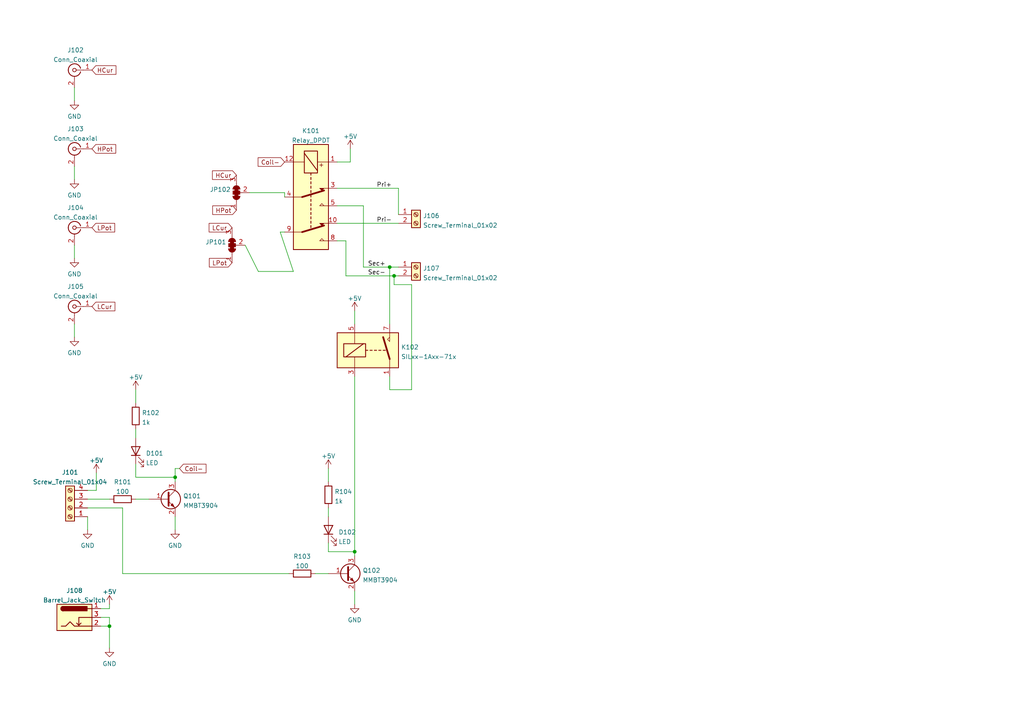
<source format=kicad_sch>
(kicad_sch (version 20211123) (generator eeschema)
  (paper "A4")
  (lib_symbols
    (symbol "Connector:Barrel_Jack_Switch" (pin_names hide)
      (property "Reference" "J" (at 0 5.334 0))
      (property "Value" "Barrel_Jack_Switch" (at 0 -5.08 0))
      (symbol "Barrel_Jack_Switch_0_1"
        (rectangle (start -5.08 3.81) (end 5.08 -3.81) (stroke (width 0.254)) (fill (type background)))
        (arc (start -3.302 3.175) (mid -3.937 2.54) (end -3.302 1.905) (stroke (width 0.254)))
        (arc (start -3.302 3.175) (mid -3.937 2.54) (end -3.302 1.905) (stroke (width 0.254)) (fill (type outline)))
        (polyline (pts (xy 1.27 -2.286) (xy 1.905 -1.651)) (stroke (width 0.254)))
        (polyline (pts (xy 5.08 2.54) (xy 3.81 2.54)) (stroke (width 0.254)))
        (polyline (pts (xy 5.08 0) (xy 1.27 0) (xy 1.27 -2.286) (xy 0.635 -1.651)) (stroke (width 0.254)))
        (polyline (pts (xy -3.81 -2.54) (xy -2.54 -2.54) (xy -1.27 -1.27) (xy 0 -2.54) (xy 2.54 -2.54) (xy 5.08 -2.54)) (stroke (width 0.254)))
        (rectangle (start 3.683 3.175) (end -3.302 1.905) (stroke (width 0.254)) (fill (type outline)))
      )
      (symbol "Barrel_Jack_Switch_1_1"
        (pin passive line (at 7.62 2.54 180) (length 2.54) (name "~") (number "1"))
        (pin passive line (at 7.62 -2.54 180) (length 2.54) (name "~") (number "2"))
        (pin passive line (at 7.62 0 180) (length 2.54) (name "~") (number "3"))
      )
    )
    (symbol "Connector:Conn_Coaxial" (pin_names (offset 1.016) hide)
      (property "Reference" "J" (at 0.254 3.048 0))
      (property "Value" "Conn_Coaxial" (at 2.921 0 90))
      (symbol "Conn_Coaxial_0_1"
        (arc (start -1.778 -0.508) (mid 0.222 -1.808) (end 1.778 0) (stroke (width 0.254)))
        (polyline (pts (xy -2.54 0) (xy -0.508 0)))
        (polyline (pts (xy 0 -2.54) (xy 0 -1.778)))
        (circle (center 0 0) (radius 0.508) (stroke (width 0.2032)))
        (arc (start 1.778 0) (mid 0.2221 1.8083) (end -1.778 0.508) (stroke (width 0.254)))
      )
      (symbol "Conn_Coaxial_1_1"
        (pin passive line (at -5.08 0 0) (length 2.54) (name "In") (number "1"))
        (pin passive line (at 0 -5.08 90) (length 2.54) (name "Ext") (number "2"))
      )
    )
    (symbol "Connector:Screw_Terminal_01x02" (pin_names (offset 1.016) hide)
      (property "Reference" "J" (at 0 2.54 0))
      (property "Value" "Screw_Terminal_01x02" (at 0 -5.08 0))
      (symbol "Screw_Terminal_01x02_1_1"
        (rectangle (start -1.27 1.27) (end 1.27 -3.81) (stroke (width 0.254)) (fill (type background)))
        (circle (center 0 -2.54) (radius 0.635) (stroke (width 0.1524)))
        (polyline (pts (xy -0.5334 -2.2098) (xy 0.3302 -3.048)) (stroke (width 0.1524)))
        (polyline (pts (xy -0.5334 0.3302) (xy 0.3302 -0.508)) (stroke (width 0.1524)))
        (polyline (pts (xy -0.3556 -2.032) (xy 0.508 -2.8702)) (stroke (width 0.1524)))
        (polyline (pts (xy -0.3556 0.508) (xy 0.508 -0.3302)) (stroke (width 0.1524)))
        (circle (center 0 0) (radius 0.635) (stroke (width 0.1524)))
        (pin passive line (at -5.08 0 0) (length 3.81) (name "Pin_1") (number "1"))
        (pin passive line (at -5.08 -2.54 0) (length 3.81) (name "Pin_2") (number "2"))
      )
    )
    (symbol "Connector:Screw_Terminal_01x04" (pin_names (offset 1.016) hide)
      (property "Reference" "J" (at 0 5.08 0))
      (property "Value" "Screw_Terminal_01x04" (at 0 -7.62 0))
      (symbol "Screw_Terminal_01x04_1_1"
        (rectangle (start -1.27 3.81) (end 1.27 -6.35) (stroke (width 0.254)) (fill (type background)))
        (circle (center 0 -5.08) (radius 0.635) (stroke (width 0.1524)))
        (circle (center 0 -2.54) (radius 0.635) (stroke (width 0.1524)))
        (polyline (pts (xy -0.5334 -4.7498) (xy 0.3302 -5.588)) (stroke (width 0.1524)))
        (polyline (pts (xy -0.5334 -2.2098) (xy 0.3302 -3.048)) (stroke (width 0.1524)))
        (polyline (pts (xy -0.5334 0.3302) (xy 0.3302 -0.508)) (stroke (width 0.1524)))
        (polyline (pts (xy -0.5334 2.8702) (xy 0.3302 2.032)) (stroke (width 0.1524)))
        (polyline (pts (xy -0.3556 -4.572) (xy 0.508 -5.4102)) (stroke (width 0.1524)))
        (polyline (pts (xy -0.3556 -2.032) (xy 0.508 -2.8702)) (stroke (width 0.1524)))
        (polyline (pts (xy -0.3556 0.508) (xy 0.508 -0.3302)) (stroke (width 0.1524)))
        (polyline (pts (xy -0.3556 3.048) (xy 0.508 2.2098)) (stroke (width 0.1524)))
        (circle (center 0 0) (radius 0.635) (stroke (width 0.1524)))
        (circle (center 0 2.54) (radius 0.635) (stroke (width 0.1524)))
        (pin passive line (at -5.08 2.54 0) (length 3.81) (name "Pin_1") (number "1"))
        (pin passive line (at -5.08 0 0) (length 3.81) (name "Pin_2") (number "2"))
        (pin passive line (at -5.08 -2.54 0) (length 3.81) (name "Pin_3") (number "3"))
        (pin passive line (at -5.08 -5.08 0) (length 3.81) (name "Pin_4") (number "4"))
      )
    )
    (symbol "Device:LED" (pin_numbers hide) (pin_names (offset 1.016) hide)
      (property "Reference" "D" (at 0 2.54 0))
      (property "Value" "LED" (at 0 -2.54 0))
      (symbol "LED_0_1"
        (polyline (pts (xy -1.27 -1.27) (xy -1.27 1.27)) (stroke (width 0.254)))
        (polyline (pts (xy -1.27 0) (xy 1.27 0)))
        (polyline (pts (xy 1.27 -1.27) (xy 1.27 1.27) (xy -1.27 0) (xy 1.27 -1.27)) (stroke (width 0.254)))
        (polyline (pts (xy -3.048 -0.762) (xy -4.572 -2.286) (xy -3.81 -2.286) (xy -4.572 -2.286) (xy -4.572 -1.524)))
        (polyline (pts (xy -1.778 -0.762) (xy -3.302 -2.286) (xy -2.54 -2.286) (xy -3.302 -2.286) (xy -3.302 -1.524)))
      )
      (symbol "LED_1_1"
        (pin passive line (at -3.81 0 0) (length 2.54) (name "K") (number "1"))
        (pin passive line (at 3.81 0 180) (length 2.54) (name "A") (number "2"))
      )
    )
    (symbol "Device:R" (pin_numbers hide) (pin_names (offset 0))
      (property "Reference" "R" (at 2.032 0 90))
      (property "Value" "R" (at 0 0 90))
      (symbol "R_0_1"
        (rectangle (start -1.016 -2.54) (end 1.016 2.54) (stroke (width 0.254)))
      )
      (symbol "R_1_1"
        (pin passive line (at 0 3.81 270) (length 1.27) (name "~") (number "1"))
        (pin passive line (at 0 -3.81 90) (length 1.27) (name "~") (number "2"))
      )
    )
    (symbol "Jumper:SolderJumper_3_Bridged123" (pin_names (offset 0) hide)
      (property "Reference" "JP" (at -2.54 -2.54 0))
      (property "Value" "SolderJumper_3_Bridged123" (at 0 2.794 0))
      (symbol "SolderJumper_3_Bridged123_0_1"
        (rectangle (start -1.016 0.508) (end -0.508 -0.508) (fill (type outline)))
        (arc (start -1.016 1.016) (mid -2.032 0) (end -1.016 -1.016))
        (arc (start -1.016 1.016) (mid -2.032 0) (end -1.016 -1.016) (fill (type outline)))
        (rectangle (start -0.508 1.016) (end 0.508 -1.016) (fill (type outline)))
        (polyline (pts (xy -2.54 0) (xy -2.032 0)))
        (polyline (pts (xy -1.016 1.016) (xy -1.016 -1.016)))
        (polyline (pts (xy 0 -1.27) (xy 0 -1.016)))
        (polyline (pts (xy 1.016 1.016) (xy 1.016 -1.016)))
        (polyline (pts (xy 2.54 0) (xy 2.032 0)))
        (rectangle (start 0.508 0.508) (end 1.016 -0.508) (fill (type outline)))
        (arc (start 1.016 -1.016) (mid 2.032 0) (end 1.016 1.016))
        (arc (start 1.016 -1.016) (mid 2.032 0) (end 1.016 1.016) (fill (type outline)))
      )
      (symbol "SolderJumper_3_Bridged123_1_1"
        (pin passive line (at -5.08 0 0) (length 2.54) (name "A") (number "1"))
        (pin input line (at 0 -3.81 90) (length 2.54) (name "C") (number "2"))
        (pin passive line (at 5.08 0 180) (length 2.54) (name "B") (number "3"))
      )
    )
    (symbol "Martinos:Relay_DPDT"
      (property "Reference" "K" (at 16.51 2.54 0))
      (property "Value" "Relay_DPDT" (at 16.51 0 0))
      (symbol "Relay_DPDT_1_1"
        (rectangle (start -15.24 5.08) (end 15.24 -5.08) (stroke (width 0.254)) (fill (type background)))
        (rectangle (start -13.335 1.905) (end -6.985 -1.905) (stroke (width 0.254)))
        (polyline (pts (xy -12.7 -1.905) (xy -7.62 1.905)) (stroke (width 0.254)))
        (polyline (pts (xy -10.16 -5.08) (xy -10.16 -1.905)))
        (polyline (pts (xy -10.16 5.08) (xy -10.16 1.905)))
        (polyline (pts (xy -6.985 0) (xy -6.35 0)) (stroke (width 0.254)))
        (polyline (pts (xy -5.715 0) (xy -5.08 0)) (stroke (width 0.254)))
        (polyline (pts (xy -4.445 0) (xy -3.81 0)) (stroke (width 0.254)))
        (polyline (pts (xy -3.175 0) (xy -2.54 0)) (stroke (width 0.254)))
        (polyline (pts (xy -1.905 0) (xy -1.27 0)) (stroke (width 0.254)))
        (polyline (pts (xy -0.635 0) (xy 0 0)) (stroke (width 0.254)))
        (polyline (pts (xy 0 -2.54) (xy -1.905 3.81)) (stroke (width 0.508)))
        (polyline (pts (xy 0 -2.54) (xy 0 -5.08)))
        (polyline (pts (xy 0.635 0) (xy 1.27 0)) (stroke (width 0.254)))
        (polyline (pts (xy 1.905 0) (xy 2.54 0)) (stroke (width 0.254)))
        (polyline (pts (xy 3.175 0) (xy 3.81 0)) (stroke (width 0.254)))
        (polyline (pts (xy 4.445 0) (xy 5.08 0)) (stroke (width 0.254)))
        (polyline (pts (xy 5.715 0) (xy 6.35 0)) (stroke (width 0.254)))
        (polyline (pts (xy 6.985 0) (xy 7.62 0)) (stroke (width 0.254)))
        (polyline (pts (xy 8.255 0) (xy 8.89 0)) (stroke (width 0.254)))
        (polyline (pts (xy 10.16 -2.54) (xy 8.255 3.81)) (stroke (width 0.508)))
        (polyline (pts (xy 10.16 -2.54) (xy 10.16 -5.08)))
        (polyline (pts (xy -2.54 5.08) (xy -2.54 2.54) (xy -1.905 3.175) (xy -2.54 3.81)) (fill (type outline)))
        (polyline (pts (xy 2.54 5.08) (xy 2.54 2.54) (xy 1.905 3.175) (xy 2.54 3.81)))
        (polyline (pts (xy 7.62 5.08) (xy 7.62 2.54) (xy 8.255 3.175) (xy 7.62 3.81)) (fill (type outline)))
        (polyline (pts (xy 12.7 5.08) (xy 12.7 2.54) (xy 12.065 3.175) (xy 12.7 3.81)))
        (text "+" (at -9.271 2.921 0) (effects (font (size 1.27 1.27))))
        (pin passive line (at -10.16 7.62 270) (length 2.54) (name "~") (number "1"))
        (pin passive line (at 7.62 7.62 270) (length 2.54) (name "~") (number "10"))
        (pin passive line (at -10.16 -7.62 90) (length 2.54) (name "~") (number "12"))
        (pin passive line (at -2.54 7.62 270) (length 2.54) (name "~") (number "3"))
        (pin passive line (at 0 -7.62 90) (length 2.54) (name "~") (number "4"))
        (pin passive line (at 2.54 7.62 270) (length 2.54) (name "~") (number "5"))
        (pin passive line (at 12.7 7.62 270) (length 2.54) (name "~") (number "8"))
        (pin passive line (at 10.16 -7.62 90) (length 2.54) (name "~") (number "9"))
      )
    )
    (symbol "Relay:SILxx-1Axx-71x"
      (property "Reference" "K" (at 8.89 3.81 0))
      (property "Value" "SILxx-1Axx-71x" (at 8.89 1.27 0))
      (symbol "SILxx-1Axx-71x_0_0"
        (polyline (pts (xy 5.08 5.08) (xy 5.08 2.54) (xy 4.445 3.175) (xy 5.08 3.81)))
      )
      (symbol "SILxx-1Axx-71x_0_1"
        (rectangle (start -10.16 5.08) (end 7.62 -5.08) (stroke (width 0.254)) (fill (type background)))
        (rectangle (start -8.255 1.905) (end -1.905 -1.905) (stroke (width 0.254)))
        (polyline (pts (xy -7.62 -1.905) (xy -2.54 1.905)) (stroke (width 0.254)))
        (polyline (pts (xy -5.08 -5.08) (xy -5.08 -1.905)))
        (polyline (pts (xy -5.08 5.08) (xy -5.08 1.905)))
        (polyline (pts (xy -1.905 0) (xy -1.27 0)) (stroke (width 0.254)))
        (polyline (pts (xy -0.635 0) (xy 0 0)) (stroke (width 0.254)))
        (polyline (pts (xy 0.635 0) (xy 1.27 0)) (stroke (width 0.254)))
        (polyline (pts (xy 1.905 0) (xy 2.54 0)) (stroke (width 0.254)))
        (polyline (pts (xy 3.175 0) (xy 3.81 0)) (stroke (width 0.254)))
        (polyline (pts (xy 5.08 -2.54) (xy 3.175 3.81)) (stroke (width 0.508)))
        (polyline (pts (xy 5.08 -2.54) (xy 5.08 -5.08)))
      )
      (symbol "SILxx-1Axx-71x_1_1"
        (pin passive line (at 5.08 -7.62 90) (length 2.54) (name "~") (number "1"))
        (pin passive line (at -5.08 -7.62 90) (length 2.54) (name "~") (number "3"))
        (pin passive line (at -5.08 7.62 270) (length 2.54) (name "~") (number "5"))
        (pin passive line (at 5.08 7.62 270) (length 2.54) (name "~") (number "7"))
      )
    )
    (symbol "Transistor_BJT:MMBT3904" (pin_names (offset 0) hide)
      (property "Reference" "Q" (at 5.08 1.905 0))
      (property "Value" "MMBT3904" (at 5.08 0 0))
      (symbol "MMBT3904_0_1"
        (polyline (pts (xy 0.635 0.635) (xy 2.54 2.54)))
        (polyline (pts (xy 0.635 -0.635) (xy 2.54 -2.54) (xy 2.54 -2.54)))
        (polyline (pts (xy 0.635 1.905) (xy 0.635 -1.905) (xy 0.635 -1.905)) (stroke (width 0.508)))
        (polyline (pts (xy 1.27 -1.778) (xy 1.778 -1.27) (xy 2.286 -2.286) (xy 1.27 -1.778) (xy 1.27 -1.778)) (fill (type outline)))
        (circle (center 1.27 0) (radius 2.8194) (stroke (width 0.254)))
      )
      (symbol "MMBT3904_1_1"
        (pin input line (at -5.08 0 0) (length 5.715) (name "B") (number "1"))
        (pin passive line (at 2.54 -5.08 90) (length 2.54) (name "E") (number "2"))
        (pin passive line (at 2.54 5.08 270) (length 2.54) (name "C") (number "3"))
      )
    )
    (symbol "power:+5V" (power) (pin_names (offset 0))
      (property "Value" "+5V" (at 0 3.556 0))
      (symbol "+5V_0_1"
        (polyline (pts (xy -0.762 1.27) (xy 0 2.54)))
        (polyline (pts (xy 0 0) (xy 0 2.54)))
        (polyline (pts (xy 0 2.54) (xy 0.762 1.27)))
      )
      (symbol "+5V_1_1"
        (pin power_in line (at 0 0 90) (length 0) hide (name "+5V") (number "1"))
      )
    )
    (symbol "power:GND" (power) (pin_names (offset 0))
      (property "Value" "GND" (at 0 -3.81 0))
      (symbol "GND_0_1"
        (polyline (pts (xy 0 0) (xy 0 -1.27) (xy 1.27 -1.27) (xy 0 -2.54) (xy -1.27 -1.27) (xy 0 -1.27)))
      )
      (symbol "GND_1_1"
        (pin power_in line (at 0 0 270) (length 0) hide (name "GND") (number "1"))
      )
    )
  )
  (junction (at 113.03 77.47))
  (junction (at 114.3 80.01))
  (junction (at 102.87 160.02))
  (junction (at 31.75 181.61))
  (junction (at 50.8 138.43))
  (wire (pts (xy 74.93 78.74) (xy 85.09 78.74)))
  (wire (pts (xy 39.37 144.78) (xy 43.18 144.78)))
  (wire (pts (xy 95.25 157.48) (xy 95.25 160.02)))
  (wire (pts (xy 29.21 179.07) (xy 31.75 179.07)))
  (wire (pts (xy 39.37 134.62) (xy 39.37 138.43)))
  (wire (pts (xy 105.41 77.47) (xy 105.41 59.69)))
  (wire (pts (xy 21.59 71.12) (xy 21.59 74.93)))
  (wire (pts (xy 101.6 46.99) (xy 101.6 43.18)))
  (wire (pts (xy 25.4 142.24) (xy 27.94 142.24)))
  (wire (pts (xy 82.55 55.88) (xy 82.55 57.15)))
  (wire (pts (xy 102.87 93.98) (xy 102.87 90.17)))
  (wire (pts (xy 25.4 149.86) (xy 25.4 153.67)))
  (wire (pts (xy 100.33 80.01) (xy 100.33 69.85)))
  (wire (pts (xy 21.59 25.4) (xy 21.59 29.21)))
  (wire (pts (xy 102.87 171.45) (xy 102.87 175.26)))
  (wire (pts (xy 105.41 59.69) (xy 97.79 59.69)))
  (wire (pts (xy 74.93 78.74) (xy 71.12 71.12)))
  (wire (pts (xy 83.82 166.37) (xy 35.56 166.37)))
  (wire (pts (xy 50.8 138.43) (xy 50.8 139.7)))
  (wire (pts (xy 21.59 48.26) (xy 21.59 52.07)))
  (wire (pts (xy 91.44 166.37) (xy 95.25 166.37)))
  (wire (pts (xy 119.38 113.03) (xy 119.38 82.55)))
  (wire (pts (xy 29.21 176.53) (xy 31.75 176.53)))
  (wire (pts (xy 102.87 160.02) (xy 102.87 161.29)))
  (wire (pts (xy 119.38 82.55) (xy 114.3 82.55)))
  (wire (pts (xy 115.57 80.01) (xy 114.3 80.01)))
  (wire (pts (xy 39.37 138.43) (xy 50.8 138.43)))
  (wire (pts (xy 97.79 64.77) (xy 115.57 64.77)))
  (wire (pts (xy 114.3 80.01) (xy 114.3 82.55)))
  (wire (pts (xy 97.79 46.99) (xy 101.6 46.99)))
  (wire (pts (xy 97.79 54.61) (xy 115.57 54.61)))
  (wire (pts (xy 113.03 77.47) (xy 105.41 77.47)))
  (wire (pts (xy 52.07 135.89) (xy 50.8 135.89)))
  (wire (pts (xy 113.03 113.03) (xy 119.38 113.03)))
  (wire (pts (xy 102.87 109.22) (xy 102.87 160.02)))
  (wire (pts (xy 82.55 67.31) (xy 81.28 67.31)))
  (wire (pts (xy 31.75 181.61) (xy 31.75 187.96)))
  (wire (pts (xy 95.25 135.89) (xy 95.25 139.7)))
  (wire (pts (xy 50.8 135.89) (xy 50.8 138.43)))
  (wire (pts (xy 27.94 142.24) (xy 27.94 137.16)))
  (wire (pts (xy 31.75 179.07) (xy 31.75 181.61)))
  (wire (pts (xy 100.33 69.85) (xy 97.79 69.85)))
  (wire (pts (xy 95.25 160.02) (xy 102.87 160.02)))
  (wire (pts (xy 29.21 181.61) (xy 31.75 181.61)))
  (wire (pts (xy 72.39 55.88) (xy 82.55 55.88)))
  (wire (pts (xy 113.03 109.22) (xy 113.03 113.03)))
  (wire (pts (xy 39.37 124.46) (xy 39.37 127)))
  (wire (pts (xy 39.37 113.03) (xy 39.37 116.84)))
  (wire (pts (xy 31.75 175.26) (xy 31.75 176.53)))
  (wire (pts (xy 115.57 77.47) (xy 113.03 77.47)))
  (wire (pts (xy 21.59 93.98) (xy 21.59 97.79)))
  (wire (pts (xy 35.56 166.37) (xy 35.56 147.32)))
  (wire (pts (xy 115.57 54.61) (xy 115.57 62.23)))
  (wire (pts (xy 35.56 147.32) (xy 25.4 147.32)))
  (wire (pts (xy 95.25 147.32) (xy 95.25 149.86)))
  (wire (pts (xy 113.03 77.47) (xy 113.03 93.98)))
  (wire (pts (xy 81.28 67.31) (xy 85.09 78.74)))
  (wire (pts (xy 50.8 149.86) (xy 50.8 153.67)))
  (wire (pts (xy 114.3 80.01) (xy 100.33 80.01)))
  (wire (pts (xy 25.4 144.78) (xy 31.75 144.78)))
  (label "Pri+" (at 109.22 54.61 0))
  (label "Pri-" (at 109.22 64.77 0))
  (label "Sec+" (at 106.68 77.47 0))
  (label "Sec-" (at 106.68 80.01 0))
  (global_label "LPot" (shape input) (at 67.31 76.2 180) (property "Intersheet References" "${INTERSHEET_REFS}" (effects hide)))
  (global_label "LCur" (shape input) (at 26.67 88.9 0) (property "Intersheet References" "${INTERSHEET_REFS}" (effects hide)))
  (global_label "Coil-" (shape input) (at 82.55 46.99 180) (property "Intersheet References" "${INTERSHEET_REFS}" (effects hide)))
  (global_label "LPot" (shape input) (at 26.67 66.04 0) (property "Intersheet References" "${INTERSHEET_REFS}" (effects hide)))
  (global_label "Coil-" (shape input) (at 52.07 135.89 0) (property "Intersheet References" "${INTERSHEET_REFS}" (effects hide)))
  (global_label "HCur" (shape input) (at 26.67 20.32 0) (property "Intersheet References" "${INTERSHEET_REFS}" (effects hide)))
  (global_label "HPot" (shape input) (at 26.67 43.18 0) (property "Intersheet References" "${INTERSHEET_REFS}" (effects hide)))
  (global_label "HPot" (shape input) (at 68.58 60.96 180) (property "Intersheet References" "${INTERSHEET_REFS}" (effects hide)))
  (global_label "LCur" (shape input) (at 67.31 66.04 180) (property "Intersheet References" "${INTERSHEET_REFS}" (effects hide)))
  (global_label "HCur" (shape input) (at 68.58 50.8 180) (property "Intersheet References" "${INTERSHEET_REFS}" (effects hide)))
  (symbol (lib_id "power:GND") (at 21.59 29.21 0) (unit 1)
    (property "Reference" "#PWR0102" (effects hide))
    (property "Value" "GND" (at 21.59 33.7725 0))
  )
  (symbol (lib_id "Connector:Barrel_Jack_Switch") (at 21.59 179.07 0) (unit 1)
    (property "Reference" "J108" (at 21.59 171.2935 0))
    (property "Value" "Barrel_Jack_Switch" (at 21.59 174.0686 0))
    (property "Footprint" "Connector_BarrelJack:BarrelJack_GCT_DCJ200-10-A_Horizontal" (effects hide))
  )
  (symbol (lib_id "Connector:Screw_Terminal_01x02") (at 120.65 77.47 0) (unit 1)
    (property "Reference" "J107" (at 122.682 77.8315 0) (effects (justify left)))
    (property "Value" "Screw_Terminal_01x02" (at 122.682 80.6066 0) (effects (justify left)))
    (property "Footprint" "TerminalBlock:TerminalBlock_bornier-2_P5.08mm" (effects hide))
  )
  (symbol (lib_id "power:+5V") (at 101.6 43.18 0) (unit 1)
    (property "Reference" "#PWR0110" (effects hide))
    (property "Value" "+5V" (at 101.6 39.5755 0))
  )
  (symbol (lib_id "Jumper:SolderJumper_3_Bridged123") (at 67.31 71.12 90) (unit 1)
    (property "Reference" "JP101" (at 65.659 70.2115 90) (effects (justify left)))
    (property "Value" "SolderJumper_3_Bridged123" (effects hide))
    (property "Footprint" "Eli_Lib:SolderJumper-3_P1.3mm_Bridged12_RoundedPad1.0x1.5mm" (effects hide))
  )
  (symbol (lib_id "Connector:Conn_Coaxial") (at 21.59 88.9 0) (mirror y) (unit 1)
    (property "Reference" "J105" (at 21.9074 83.1069 0))
    (property "Value" "Conn_Coaxial" (at 21.9074 85.882 0))
    (property "Footprint" "Connector_Coaxial:BNC_Amphenol_B6252HB-NPP3G-50_Horizontal" (effects hide))
    (property "Datasheet" " ~" (effects hide))
  )
  (symbol (lib_id "power:GND") (at 21.59 74.93 0) (unit 1)
    (property "Reference" "#PWR0103" (effects hide))
    (property "Value" "GND" (at 21.59 79.4925 0))
  )
  (symbol (lib_id "power:GND") (at 50.8 153.67 0) (unit 1)
    (property "Reference" "#PWR0106" (effects hide))
    (property "Value" "GND" (at 50.8 158.2325 0))
  )
  (symbol (lib_id "Connector:Screw_Terminal_01x04") (at 20.32 147.32 180) (unit 1)
    (property "Reference" "J101" (at 20.32 137.0035 0))
    (property "Value" "Screw_Terminal_01x04" (at 20.32 139.7786 0))
    (property "Footprint" "TerminalBlock:TerminalBlock_bornier-4_P5.08mm" (effects hide))
  )
  (symbol (lib_id "Device:R") (at 39.37 120.65 180) (unit 1)
    (property "Reference" "R102" (at 41.148 119.7415 0) (effects (justify right)))
    (property "Value" "1k" (at 41.148 122.5166 0) (effects (justify right)))
    (property "Footprint" "Resistor_SMD:R_0805_2012Metric" (effects hide))
  )
  (symbol (lib_id "power:+5V") (at 27.94 137.16 0) (unit 1)
    (property "Reference" "#PWR0114" (effects hide))
    (property "Value" "+5V" (at 27.94 133.5555 0))
  )
  (symbol (lib_id "power:+5V") (at 31.75 175.26 0) (unit 1)
    (property "Reference" "#PWR0113" (effects hide))
    (property "Value" "+5V" (at 31.75 171.6555 0))
  )
  (symbol (lib_id "power:+5V") (at 95.25 135.89 0) (unit 1)
    (property "Reference" "#PWR0109" (effects hide))
    (property "Value" "+5V" (at 95.25 132.2855 0))
  )
  (symbol (lib_id "Connector:Conn_Coaxial") (at 21.59 43.18 0) (mirror y) (unit 1)
    (property "Reference" "J103" (at 21.9074 37.3869 0))
    (property "Value" "Conn_Coaxial" (at 21.9074 40.162 0))
    (property "Footprint" "Connector_Coaxial:BNC_Amphenol_B6252HB-NPP3G-50_Horizontal" (effects hide))
    (property "Datasheet" " ~" (effects hide))
  )
  (symbol (lib_id "Device:R") (at 95.25 143.51 180) (unit 1)
    (property "Reference" "R104" (at 97.028 142.6015 0) (effects (justify right)))
    (property "Value" "1k" (at 97.028 145.3766 0) (effects (justify right)))
    (property "Footprint" "Resistor_SMD:R_0805_2012Metric" (effects hide))
  )
  (symbol (lib_id "Connector:Screw_Terminal_01x02") (at 120.65 62.23 0) (unit 1)
    (property "Reference" "J106" (at 122.682 62.5915 0) (effects (justify left)))
    (property "Value" "Screw_Terminal_01x02" (at 122.682 65.3666 0) (effects (justify left)))
    (property "Footprint" "TerminalBlock:TerminalBlock_bornier-2_P5.08mm" (effects hide))
  )
  (symbol (lib_id "Device:R") (at 35.56 144.78 90) (unit 1)
    (property "Reference" "R101" (at 35.56 139.7975 90))
    (property "Value" "100" (at 35.56 142.5726 90))
    (property "Footprint" "Resistor_SMD:R_0805_2012Metric" (effects hide))
  )
  (symbol (lib_id "power:GND") (at 25.4 153.67 0) (unit 1)
    (property "Reference" "#PWR0107" (effects hide))
    (property "Value" "GND" (at 25.4 158.2325 0))
  )
  (symbol (lib_id "power:GND") (at 102.87 175.26 0) (unit 1)
    (property "Reference" "#PWR0105" (effects hide))
    (property "Value" "GND" (at 102.87 179.8225 0))
  )
  (symbol (lib_id "Connector:Conn_Coaxial") (at 21.59 66.04 0) (mirror y) (unit 1)
    (property "Reference" "J104" (at 21.9074 60.2469 0))
    (property "Value" "Conn_Coaxial" (at 21.9074 63.022 0))
    (property "Footprint" "Connector_Coaxial:BNC_Amphenol_B6252HB-NPP3G-50_Horizontal" (effects hide))
    (property "Datasheet" " ~" (effects hide))
  )
  (symbol (lib_id "power:GND") (at 31.75 187.96 0) (unit 1)
    (property "Reference" "#PWR0112" (effects hide))
    (property "Value" "GND" (at 31.75 192.5225 0))
  )
  (symbol (lib_id "Jumper:SolderJumper_3_Bridged123") (at 68.58 55.88 90) (unit 1)
    (property "Reference" "JP102" (at 66.929 54.9715 90) (effects (justify left)))
    (property "Value" "SolderJumper_3_Bridged123" (effects hide))
    (property "Footprint" "Eli_Lib:SolderJumper-3_P1.3mm_Bridged12_RoundedPad1.0x1.5mm" (effects hide))
  )
  (symbol (lib_id "power:GND") (at 21.59 97.79 0) (unit 1)
    (property "Reference" "#PWR0104" (effects hide))
    (property "Value" "GND" (at 21.59 102.3525 0))
  )
  (symbol (lib_id "Transistor_BJT:MMBT3904") (at 100.33 166.37 0) (unit 1)
    (property "Reference" "Q102" (at 105.1814 165.4615 0) (effects (justify left)))
    (property "Value" "MMBT3904" (at 105.1814 168.2366 0) (effects (justify left)))
    (property "Footprint" "Package_TO_SOT_SMD:SOT-23" (effects hide))
    (property "Datasheet" "https://www.onsemi.com/pub/Collateral/2N3903-D.PDF" (effects hide))
  )
  (symbol (lib_id "power:+5V") (at 102.87 90.17 0) (unit 1)
    (property "Reference" "#PWR0111" (effects hide))
    (property "Value" "+5V" (at 102.87 86.5655 0))
  )
  (symbol (lib_id "Connector:Conn_Coaxial") (at 21.59 20.32 0) (mirror y) (unit 1)
    (property "Reference" "J102" (at 21.9074 14.5269 0))
    (property "Value" "Conn_Coaxial" (at 21.9074 17.302 0))
    (property "Footprint" "Connector_Coaxial:BNC_Amphenol_B6252HB-NPP3G-50_Horizontal" (effects hide))
    (property "Datasheet" " ~" (effects hide))
  )
  (symbol (lib_id "Device:LED") (at 39.37 130.81 90) (unit 1)
    (property "Reference" "D101" (at 42.291 131.489 90) (effects (justify right)))
    (property "Value" "LED" (at 42.291 134.2641 90) (effects (justify right)))
    (property "Footprint" "LED_SMD:LED_0805_2012Metric_Pad1.15x1.40mm_HandSolder" (effects hide))
  )
  (symbol (lib_id "Relay:SILxx-1Axx-71x") (at 107.95 101.6 0) (unit 1)
    (property "Reference" "K102" (at 116.332 100.6915 0) (effects (justify left)))
    (property "Value" "SILxx-1Axx-71x" (at 116.332 103.4666 0) (effects (justify left)))
    (property "Footprint" "Relay_THT:Relay_SPST_StandexMeder_SIL_Form1A" (effects hide))
    (property "Datasheet" "https://standexelectronics.com/wp-content/uploads/datasheet_reed_relay_SIL.pdf" (effects hide))
  )
  (symbol (lib_id "Transistor_BJT:MMBT3904") (at 48.26 144.78 0) (unit 1)
    (property "Reference" "Q101" (at 53.1114 143.8715 0) (effects (justify left)))
    (property "Value" "MMBT3904" (at 53.1114 146.6466 0) (effects (justify left)))
    (property "Footprint" "Package_TO_SOT_SMD:SOT-23" (effects hide))
    (property "Datasheet" "https://www.onsemi.com/pub/Collateral/2N3903-D.PDF" (effects hide))
  )
  (symbol (lib_id "Device:LED") (at 95.25 153.67 90) (unit 1)
    (property "Reference" "D102" (at 98.171 154.349 90) (effects (justify right)))
    (property "Value" "LED" (at 98.171 157.1241 90) (effects (justify right)))
    (property "Footprint" "LED_SMD:LED_0805_2012Metric_Pad1.15x1.40mm_HandSolder" (effects hide))
  )
  (symbol (lib_id "power:+5V") (at 39.37 113.03 0) (unit 1)
    (property "Reference" "#PWR0108" (effects hide))
    (property "Value" "+5V" (at 39.37 109.4255 0))
  )
  (symbol (lib_id "Device:R") (at 87.63 166.37 90) (unit 1)
    (property "Reference" "R103" (at 87.63 161.3875 90))
    (property "Value" "100" (at 87.63 164.1626 90))
    (property "Footprint" "Resistor_SMD:R_0805_2012Metric" (effects hide))
  )
  (symbol (lib_id "Martinos:Relay_DPDT") (at 90.17 57.15 270) (unit 1)
    (property "Reference" "K101" (at 90.17 37.9435 90))
    (property "Value" "Relay_DPDT" (at 90.17 40.7186 90))
    (property "Footprint" "Relay_THT:Relay_DPDT_Omron_G6S-2" (effects hide))
  )
  (symbol (lib_id "power:GND") (at 21.59 52.07 0) (unit 1)
    (property "Reference" "#PWR0101" (effects hide))
    (property "Value" "GND" (at 21.59 56.6325 0))
  )
)
</source>
